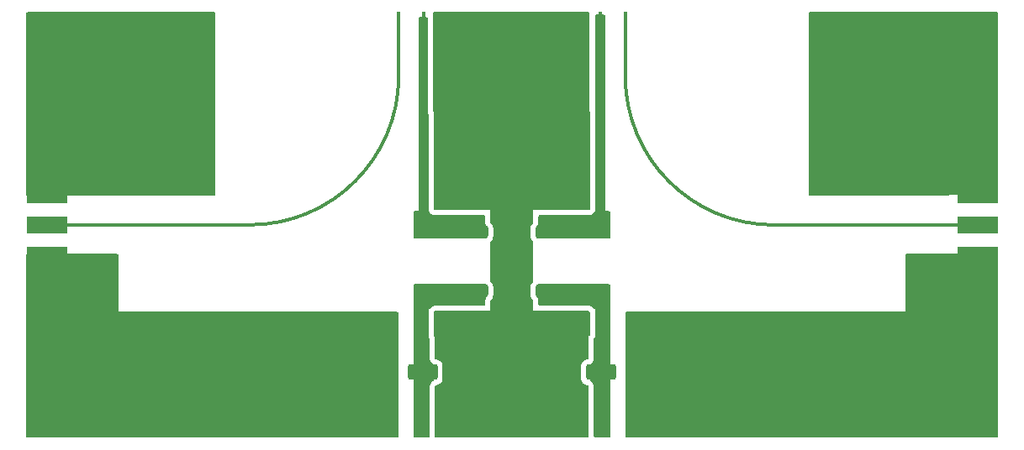
<source format=gtl>
%TF.GenerationSoftware,KiCad,Pcbnew,(7.0.0)*%
%TF.CreationDate,2023-07-10T13:28:02+01:00*%
%TF.ProjectId,lc-b3-mpa,6c632d62-332d-46d7-9061-2e6b69636164,rev?*%
%TF.SameCoordinates,PX5bf2160PY7a21618*%
%TF.FileFunction,Copper,L1,Top*%
%TF.FilePolarity,Positive*%
%FSLAX46Y46*%
G04 Gerber Fmt 4.6, Leading zero omitted, Abs format (unit mm)*
G04 Created by KiCad (PCBNEW (7.0.0)) date 2023-07-10 13:28:02*
%MOMM*%
%LPD*%
G01*
G04 APERTURE LIST*
G04 Aperture macros list*
%AMRoundRect*
0 Rectangle with rounded corners*
0 $1 Rounding radius*
0 $2 $3 $4 $5 $6 $7 $8 $9 X,Y pos of 4 corners*
0 Add a 4 corners polygon primitive as box body*
4,1,4,$2,$3,$4,$5,$6,$7,$8,$9,$2,$3,0*
0 Add four circle primitives for the rounded corners*
1,1,$1+$1,$2,$3*
1,1,$1+$1,$4,$5*
1,1,$1+$1,$6,$7*
1,1,$1+$1,$8,$9*
0 Add four rect primitives between the rounded corners*
20,1,$1+$1,$2,$3,$4,$5,0*
20,1,$1+$1,$4,$5,$6,$7,0*
20,1,$1+$1,$6,$7,$8,$9,0*
20,1,$1+$1,$8,$9,$2,$3,0*%
G04 Aperture macros list end*
%TA.AperFunction,SMDPad,CuDef*%
%ADD10RoundRect,0.250000X1.250000X0.550000X-1.250000X0.550000X-1.250000X-0.550000X1.250000X-0.550000X0*%
%TD*%
%TA.AperFunction,SMDPad,CuDef*%
%ADD11RoundRect,0.225000X-0.225000X-0.250000X0.225000X-0.250000X0.225000X0.250000X-0.225000X0.250000X0*%
%TD*%
%TA.AperFunction,SMDPad,CuDef*%
%ADD12RoundRect,0.250000X-1.250000X-0.550000X1.250000X-0.550000X1.250000X0.550000X-1.250000X0.550000X0*%
%TD*%
%TA.AperFunction,SMDPad,CuDef*%
%ADD13R,1.600000X1.600000*%
%TD*%
%TA.AperFunction,SMDPad,CuDef*%
%ADD14R,4.190000X1.780000*%
%TD*%
%TA.AperFunction,SMDPad,CuDef*%
%ADD15R,4.190000X2.660000*%
%TD*%
%TA.AperFunction,SMDPad,CuDef*%
%ADD16RoundRect,0.250000X-1.425000X0.362500X-1.425000X-0.362500X1.425000X-0.362500X1.425000X0.362500X0*%
%TD*%
%TA.AperFunction,SMDPad,CuDef*%
%ADD17RoundRect,0.250000X1.425000X-0.362500X1.425000X0.362500X-1.425000X0.362500X-1.425000X-0.362500X0*%
%TD*%
%TA.AperFunction,SMDPad,CuDef*%
%ADD18R,0.450000X6.500000*%
%TD*%
%TA.AperFunction,ViaPad*%
%ADD19C,0.800000*%
%TD*%
%TA.AperFunction,ViaPad*%
%ADD20C,5.800000*%
%TD*%
%TA.AperFunction,Conductor*%
%ADD21C,0.250000*%
%TD*%
%TA.AperFunction,Conductor*%
%ADD22C,0.353000*%
%TD*%
G04 APERTURE END LIST*
D10*
%TO.P,C1,1*%
%TO.N,+5V*%
X39981800Y6627200D03*
%TO.P,C1,2*%
%TO.N,GND*%
X35581800Y6627200D03*
%TD*%
D11*
%TO.P,C2,1*%
%TO.N,+5V*%
X40054800Y10945200D03*
%TO.P,C2,2*%
%TO.N,GND*%
X41604800Y10945200D03*
%TD*%
%TO.P,C3,1*%
%TO.N,Net-(U1-VS1)*%
X40054800Y27455200D03*
%TO.P,C3,2*%
%TO.N,GND*%
X41604800Y27455200D03*
%TD*%
%TO.P,C4,1*%
%TO.N,Net-(U1-VS1)*%
X40054800Y32281200D03*
%TO.P,C4,2*%
%TO.N,GND*%
X41604800Y32281200D03*
%TD*%
D12*
%TO.P,C5,1*%
%TO.N,+24V*%
X57933800Y6627200D03*
%TO.P,C5,2*%
%TO.N,GND*%
X62333800Y6627200D03*
%TD*%
D11*
%TO.P,C6,1*%
%TO.N,GND*%
X56310800Y10945200D03*
%TO.P,C6,2*%
%TO.N,+24V*%
X57860800Y10945200D03*
%TD*%
%TO.P,C7,1*%
%TO.N,GND*%
X56310800Y27455200D03*
%TO.P,C7,2*%
%TO.N,Net-(U1-VS2)*%
X57860800Y27455200D03*
%TD*%
%TO.P,C8,1*%
%TO.N,GND*%
X56310800Y32281200D03*
%TO.P,C8,2*%
%TO.N,Net-(U1-VS2)*%
X57860800Y32281200D03*
%TD*%
D13*
%TO.P,FB1,1*%
%TO.N,Net-(U1-VS1)*%
X40067799Y21613199D03*
%TO.P,FB1,2*%
%TO.N,+5V*%
X40067799Y13993199D03*
%TD*%
%TO.P,FB2,1*%
%TO.N,+24V*%
X57847799Y13993199D03*
%TO.P,FB2,2*%
%TO.N,Net-(U1-VS2)*%
X57847799Y21613199D03*
%TD*%
D14*
%TO.P,J1,1,In*%
%TO.N,Net-(J1-In)*%
X2132499Y21485620D03*
D15*
%TO.P,J1,2,Ext*%
%TO.N,GND*%
X2132499Y17995620D03*
X2132499Y24975620D03*
%TD*%
D14*
%TO.P,J2,1,In*%
%TO.N,Net-(J2-In)*%
X95899999Y21499999D03*
D15*
%TO.P,J2,2,Ext*%
%TO.N,GND*%
X95899999Y24989999D03*
X95899999Y18009999D03*
%TD*%
D16*
%TO.P,R1,1*%
%TO.N,Net-(U1-VS1)*%
X44893800Y20765700D03*
%TO.P,R1,2*%
%TO.N,+5V*%
X44893800Y14840700D03*
%TD*%
D17*
%TO.P,R2,1*%
%TO.N,+24V*%
X53021800Y14840700D03*
%TO.P,R2,2*%
%TO.N,Net-(U1-VS2)*%
X53021800Y20765700D03*
%TD*%
D18*
%TO.P,U1,1,RFin*%
%TO.N,Net-(J1-In)*%
X37569999Y39799999D03*
%TO.P,U1,2,VS1*%
%TO.N,Net-(U1-VS1)*%
X40109999Y39799999D03*
%TO.P,U1,3,VS2*%
%TO.N,Net-(U1-VS2)*%
X57889999Y39799999D03*
%TO.P,U1,4,RFout*%
%TO.N,Net-(J2-In)*%
X60429999Y39799999D03*
%TD*%
D19*
%TO.N,GND*%
X82268881Y40917200D03*
X82231800Y25931200D03*
X43877800Y41425200D03*
X54291800Y37615200D03*
X91395004Y10945200D03*
D20*
X48957800Y7643200D03*
D19*
X43877800Y37615200D03*
X43877800Y27455200D03*
X68535004Y4341200D03*
X74103800Y7770200D03*
X68535004Y10945200D03*
X6539800Y4341200D03*
D20*
X85553004Y7643200D03*
D19*
X48957800Y20597200D03*
X54291800Y27455200D03*
X54291800Y10945200D03*
X43877800Y32281200D03*
X46163800Y23899200D03*
X54291800Y1674200D03*
X51751800Y11961200D03*
X82268881Y34313200D03*
X54291800Y41425200D03*
D20*
X85570881Y37615200D03*
D19*
X91412881Y40917200D03*
D20*
X12381800Y37615200D03*
D19*
X15683800Y25931200D03*
X18223800Y4341200D03*
X23811800Y7770200D03*
X87565800Y25931200D03*
D20*
X48957800Y37615200D03*
D19*
X46163800Y11961200D03*
X10476800Y25931200D03*
X51751800Y23899200D03*
X6539800Y10945200D03*
X6539800Y34313200D03*
X54291800Y32281200D03*
X79711004Y10945200D03*
X48957800Y32281200D03*
X18223800Y10945200D03*
X6539800Y40917200D03*
X91395004Y4341200D03*
X43877800Y1674200D03*
X54291800Y23899200D03*
X6539800Y14755200D03*
X29399800Y10945200D03*
X48957800Y14755200D03*
X79711004Y4341200D03*
X29399800Y4341200D03*
X48957800Y27455200D03*
X48957800Y17803200D03*
D20*
X12381800Y7643200D03*
D19*
X15683800Y40917200D03*
X43877800Y10945200D03*
X43877800Y23899200D03*
X15683800Y34313200D03*
X91375800Y14755200D03*
X91412881Y34313200D03*
%TD*%
D21*
%TO.N,Net-(U1-VS2)*%
X57890000Y39800000D02*
X57847800Y39757800D01*
D22*
%TO.N,Net-(J1-In)*%
X22570000Y21500000D02*
X2146879Y21500000D01*
X2146879Y21500000D02*
X2132500Y21485621D01*
X37570000Y39800000D02*
X37570000Y36500000D01*
X22570000Y21500000D02*
G75*
G03*
X37570000Y36500000I0J15000000D01*
G01*
%TO.N,Net-(J2-In)*%
X75387800Y21486200D02*
X95886200Y21486200D01*
X95886200Y21486200D02*
X95900000Y21500000D01*
X60387800Y39757800D02*
X60387800Y36486200D01*
D21*
X60430000Y39800000D02*
X60387800Y39757800D01*
D22*
X60387800Y36486200D02*
G75*
G03*
X75387800Y21486200I15000000J0D01*
G01*
%TD*%
%TA.AperFunction,Conductor*%
%TO.N,+5V*%
G36*
X46367316Y15505103D02*
G01*
X46410842Y15471135D01*
X46472606Y15395878D01*
X46474791Y15393693D01*
X46474792Y15393692D01*
X46501871Y15366613D01*
X46520017Y15343664D01*
X46534624Y15319982D01*
X46546988Y15293467D01*
X46557221Y15262584D01*
X46562957Y15235825D01*
X46563140Y15234032D01*
X46563799Y15221171D01*
X46563799Y14460242D01*
X46563144Y14447415D01*
X46562960Y14445617D01*
X46557219Y14418811D01*
X46546986Y14387930D01*
X46534622Y14361416D01*
X46520022Y14337746D01*
X46501880Y14314801D01*
X46474800Y14287720D01*
X46474781Y14287700D01*
X46472607Y14285525D01*
X46470665Y14283160D01*
X46470648Y14283140D01*
X46410707Y14210100D01*
X46410698Y14210090D01*
X46408744Y14207707D01*
X46407027Y14205139D01*
X46407023Y14205132D01*
X46383151Y14169405D01*
X46383146Y14169397D01*
X46381431Y14166830D01*
X46379986Y14164128D01*
X46379973Y14164105D01*
X46336893Y14083507D01*
X46333978Y14078053D01*
X46332185Y14072143D01*
X46332182Y14072135D01*
X46305654Y13984683D01*
X46305649Y13984667D01*
X46304757Y13981723D01*
X46304153Y13978690D01*
X46304153Y13978687D01*
X46295770Y13936545D01*
X46295767Y13936532D01*
X46295166Y13933505D01*
X46294863Y13930438D01*
X46294861Y13930418D01*
X46285603Y13836411D01*
X46285602Y13836399D01*
X46285300Y13833328D01*
X46285300Y13830234D01*
X46285300Y13489700D01*
X46268419Y13426700D01*
X46222300Y13380581D01*
X46159300Y13363700D01*
X41300063Y13363700D01*
X41297549Y13363498D01*
X41297533Y13363497D01*
X41220441Y13357291D01*
X41220433Y13357291D01*
X41217923Y13357088D01*
X41215450Y13356688D01*
X41215431Y13356685D01*
X41180621Y13351044D01*
X41180604Y13351041D01*
X41178132Y13350640D01*
X41175698Y13350043D01*
X41175674Y13350037D01*
X41103031Y13332185D01*
X41103020Y13332182D01*
X41098107Y13330974D01*
X41093448Y13328996D01*
X41093438Y13328992D01*
X41024605Y13299757D01*
X41024592Y13299752D01*
X41022259Y13298760D01*
X41020014Y13297586D01*
X41020002Y13297580D01*
X40988793Y13281255D01*
X40988774Y13281245D01*
X40986541Y13280076D01*
X40984397Y13278726D01*
X40984390Y13278721D01*
X40918978Y13237504D01*
X40918954Y13237489D01*
X40916825Y13236146D01*
X40914803Y13234633D01*
X40914785Y13234620D01*
X40829483Y13170764D01*
X40829468Y13170752D01*
X40826562Y13168576D01*
X40823922Y13166075D01*
X40823914Y13166067D01*
X40742925Y13089303D01*
X40742913Y13089291D01*
X40740273Y13086788D01*
X40737941Y13083999D01*
X40737930Y13083986D01*
X40705450Y13045121D01*
X40705443Y13045112D01*
X40703110Y13042320D01*
X40701120Y13039284D01*
X40701110Y13039270D01*
X40697749Y13034139D01*
X40652254Y12992345D01*
X40592884Y12977333D01*
X40592388Y12977200D01*
X40575800Y12977200D01*
X40575800Y12960610D01*
X40575800Y12711140D01*
X40574953Y12696554D01*
X40570722Y12660259D01*
X40570721Y12660243D01*
X40570300Y12656630D01*
X40570300Y10309200D01*
X40570837Y10305114D01*
X40570838Y10305113D01*
X40574722Y10275611D01*
X40575800Y10259165D01*
X40575800Y10183200D01*
X40580245Y10183200D01*
X40585538Y10163447D01*
X40596175Y10145024D01*
X40603607Y10117288D01*
X40603612Y10117274D01*
X40604678Y10113295D01*
X40655977Y9989449D01*
X40661002Y9982900D01*
X40661003Y9982899D01*
X40671261Y9969531D01*
X40690613Y9933328D01*
X40697300Y9892825D01*
X40697300Y8056793D01*
X40712614Y7932324D01*
X40713546Y7928594D01*
X40713548Y7928583D01*
X40726486Y7876801D01*
X40727420Y7873063D01*
X40772446Y7756020D01*
X40844499Y7653381D01*
X40847077Y7650526D01*
X40847082Y7650520D01*
X40882853Y7610908D01*
X40885437Y7608047D01*
X40980222Y7525933D01*
X41014759Y7508430D01*
X41065161Y7461992D01*
X41083800Y7396040D01*
X41083800Y5858363D01*
X41065161Y5792411D01*
X41014757Y5745971D01*
X40987120Y5731966D01*
X40987114Y5731963D01*
X40980229Y5728473D01*
X40974391Y5723417D01*
X40974387Y5723413D01*
X40888357Y5648886D01*
X40888342Y5648873D01*
X40885443Y5646360D01*
X40882869Y5643511D01*
X40882859Y5643500D01*
X40847089Y5603889D01*
X40844504Y5601026D01*
X40842292Y5597877D01*
X40842287Y5597869D01*
X40776886Y5504708D01*
X40776884Y5504705D01*
X40772447Y5498384D01*
X40769675Y5491180D01*
X40769672Y5491173D01*
X40728804Y5384938D01*
X40727419Y5381337D01*
X40726485Y5377601D01*
X40726485Y5377599D01*
X40713548Y5325821D01*
X40713545Y5325807D01*
X40712613Y5322075D01*
X40697300Y5197608D01*
X40697300Y5193751D01*
X40697300Y176500D01*
X40680419Y113500D01*
X40634300Y67381D01*
X40571300Y50500D01*
X39177800Y50500D01*
X39114800Y67381D01*
X39068681Y113500D01*
X39051800Y176500D01*
X39051800Y15391200D01*
X39068681Y15454200D01*
X39114800Y15500319D01*
X39177800Y15517200D01*
X46313445Y15517200D01*
X46367316Y15505103D01*
G37*
%TD.AperFunction*%
%TD*%
%TA.AperFunction,Conductor*%
%TO.N,GND*%
G36*
X19049800Y42932319D02*
G01*
X19095919Y42886200D01*
X19112800Y42823200D01*
X19112800Y24533200D01*
X19095919Y24470200D01*
X19049800Y24424081D01*
X18986800Y24407200D01*
X176500Y24407200D01*
X113500Y24424081D01*
X67381Y24470200D01*
X50500Y24533200D01*
X50500Y42823200D01*
X67381Y42886200D01*
X113500Y42932319D01*
X176500Y42949200D01*
X18986800Y42949200D01*
X19049800Y42932319D01*
G37*
%TD.AperFunction*%
%TD*%
%TA.AperFunction,Conductor*%
%TO.N,+24V*%
G36*
X58800800Y15500319D02*
G01*
X58846919Y15454200D01*
X58863800Y15391200D01*
X58863800Y176500D01*
X58846919Y113500D01*
X58800800Y67381D01*
X58737800Y50500D01*
X57344300Y50500D01*
X57281300Y67381D01*
X57235181Y113500D01*
X57218300Y176500D01*
X57218300Y5193750D01*
X57218300Y5197607D01*
X57202986Y5322076D01*
X57188180Y5381337D01*
X57143154Y5498380D01*
X57071101Y5601019D01*
X57030163Y5646353D01*
X56935378Y5728467D01*
X56900840Y5745971D01*
X56850439Y5792408D01*
X56831800Y5858360D01*
X56831800Y7396037D01*
X56850440Y7461990D01*
X56900845Y7508430D01*
X56935367Y7525924D01*
X57030157Y7608040D01*
X57071096Y7653374D01*
X57143153Y7756016D01*
X57188181Y7873063D01*
X57202987Y7932325D01*
X57218300Y8056792D01*
X57218300Y10019825D01*
X57224987Y10060328D01*
X57244339Y10096531D01*
X57259623Y10116449D01*
X57262785Y10124085D01*
X57266007Y10129664D01*
X57298424Y10166629D01*
X57332026Y10183200D01*
X57339800Y10183200D01*
X57339800Y10386165D01*
X57340878Y10402611D01*
X57340903Y10402804D01*
X57345300Y10436200D01*
X57345300Y12656630D01*
X57340647Y12696554D01*
X57339800Y12711140D01*
X57339800Y12960610D01*
X57339800Y12977200D01*
X57323211Y12977200D01*
X57322715Y12977333D01*
X57263346Y12992345D01*
X57217851Y13034139D01*
X57214489Y13039270D01*
X57214487Y13039273D01*
X57212490Y13042320D01*
X57175327Y13086788D01*
X57089038Y13168576D01*
X57086122Y13170759D01*
X57086116Y13170764D01*
X57000814Y13234620D01*
X57000807Y13234625D01*
X56998775Y13236146D01*
X56996633Y13237496D01*
X56996621Y13237504D01*
X56931209Y13278721D01*
X56929059Y13280076D01*
X56926814Y13281250D01*
X56926806Y13281255D01*
X56895597Y13297580D01*
X56895594Y13297582D01*
X56893341Y13298760D01*
X56890994Y13299757D01*
X56822161Y13328992D01*
X56822154Y13328995D01*
X56817493Y13330974D01*
X56812575Y13332183D01*
X56812568Y13332185D01*
X56739925Y13350037D01*
X56739905Y13350041D01*
X56737468Y13350640D01*
X56734990Y13351042D01*
X56734978Y13351044D01*
X56700168Y13356685D01*
X56700151Y13356687D01*
X56697677Y13357088D01*
X56695163Y13357291D01*
X56695158Y13357291D01*
X56618066Y13363497D01*
X56618051Y13363498D01*
X56615537Y13363700D01*
X56612996Y13363700D01*
X51756300Y13363700D01*
X51693300Y13380581D01*
X51647181Y13426700D01*
X51630300Y13489700D01*
X51630300Y13830234D01*
X51630300Y13833328D01*
X51620434Y13933505D01*
X51610843Y13981723D01*
X51581620Y14078057D01*
X51534164Y14166838D01*
X51506850Y14207715D01*
X51501042Y14214792D01*
X51444952Y14283137D01*
X51444945Y14283145D01*
X51442994Y14285522D01*
X51413726Y14314790D01*
X51395581Y14337738D01*
X51380974Y14361420D01*
X51368610Y14387935D01*
X51358377Y14418818D01*
X51352635Y14445640D01*
X51352453Y14447421D01*
X51351800Y14460230D01*
X51351800Y15221159D01*
X51352447Y15233910D01*
X51352630Y15235709D01*
X51358379Y15262591D01*
X51368611Y15293469D01*
X51380969Y15319976D01*
X51395584Y15343669D01*
X51413728Y15366613D01*
X51442994Y15395878D01*
X51504757Y15471135D01*
X51548284Y15505103D01*
X51602155Y15517200D01*
X58737800Y15517200D01*
X58800800Y15500319D01*
G37*
%TD.AperFunction*%
%TD*%
%TA.AperFunction,Conductor*%
%TO.N,GND*%
G36*
X97886500Y42932619D02*
G01*
X97932619Y42886500D01*
X97949500Y42823500D01*
X97949500Y24632008D01*
X97932728Y24569197D01*
X97886878Y24523108D01*
X97824156Y24506010D01*
X88091789Y24455355D01*
X78966536Y24407860D01*
X78903260Y24424520D01*
X78856871Y24470668D01*
X78839881Y24533857D01*
X78839881Y42823500D01*
X78856762Y42886500D01*
X78902881Y42932619D01*
X78965881Y42949500D01*
X97823500Y42949500D01*
X97886500Y42932619D01*
G37*
%TD.AperFunction*%
%TD*%
%TA.AperFunction,Conductor*%
%TO.N,Net-(U1-VS1)*%
G36*
X40446090Y42424386D02*
G01*
X40492191Y42378430D01*
X40509204Y42315599D01*
X40569892Y23138298D01*
X40569893Y23138284D01*
X40569906Y23134176D01*
X40570454Y23130099D01*
X40570455Y23130096D01*
X40574674Y23098753D01*
X40575800Y23081945D01*
X40575800Y22883200D01*
X40582430Y22883200D01*
X40623606Y22861030D01*
X40646427Y22828560D01*
X40648945Y22830020D01*
X40653083Y22822887D01*
X40656253Y22815285D01*
X40661276Y22808763D01*
X40661279Y22808759D01*
X40700993Y22757200D01*
X40737889Y22709299D01*
X40783990Y22663343D01*
X40890236Y22582039D01*
X40897848Y22578893D01*
X40897850Y22578892D01*
X40934094Y22563914D01*
X41013878Y22530940D01*
X41076763Y22514126D01*
X41209402Y22496700D01*
X46159300Y22496700D01*
X46222300Y22479819D01*
X46268419Y22433700D01*
X46285300Y22370700D01*
X46285300Y21773072D01*
X46285602Y21770001D01*
X46285603Y21769990D01*
X46294861Y21675983D01*
X46294863Y21675966D01*
X46295166Y21672895D01*
X46304757Y21624677D01*
X46305653Y21621721D01*
X46305656Y21621712D01*
X46332182Y21534268D01*
X46332184Y21534263D01*
X46333980Y21528343D01*
X46381436Y21439562D01*
X46408750Y21398685D01*
X46410720Y21396284D01*
X46410722Y21396282D01*
X46470647Y21323264D01*
X46470655Y21323255D01*
X46472606Y21320878D01*
X46474791Y21318693D01*
X46474792Y21318692D01*
X46501871Y21291613D01*
X46520017Y21268664D01*
X46534624Y21244982D01*
X46546988Y21218467D01*
X46557221Y21187584D01*
X46562957Y21160825D01*
X46563140Y21159032D01*
X46563799Y21146171D01*
X46563799Y20385242D01*
X46563144Y20372415D01*
X46562960Y20370617D01*
X46557219Y20343811D01*
X46546986Y20312930D01*
X46534622Y20286416D01*
X46520022Y20262746D01*
X46501880Y20239801D01*
X46474800Y20212720D01*
X46474781Y20212700D01*
X46472607Y20210525D01*
X46470656Y20208149D01*
X46470649Y20208140D01*
X46410845Y20135267D01*
X46367317Y20101297D01*
X46313445Y20089200D01*
X39177800Y20089200D01*
X39114800Y20106081D01*
X39068681Y20152200D01*
X39051800Y20215200D01*
X39051800Y22757200D01*
X39068681Y22820200D01*
X39114800Y22866319D01*
X39177800Y22883200D01*
X39543210Y22883200D01*
X39559800Y22883200D01*
X39559800Y42315200D01*
X39576681Y42378200D01*
X39622800Y42424319D01*
X39685800Y42441200D01*
X40383205Y42441200D01*
X40446090Y42424386D01*
G37*
%TD.AperFunction*%
%TD*%
%TA.AperFunction,Conductor*%
%TO.N,GND*%
G36*
X97886500Y18548319D02*
G01*
X97932619Y18502200D01*
X97949500Y18439200D01*
X97949500Y176500D01*
X97932619Y113500D01*
X97886500Y67381D01*
X97823500Y50500D01*
X60533004Y50500D01*
X60470004Y67381D01*
X60423885Y113500D01*
X60407004Y176500D01*
X60407004Y12597200D01*
X60423885Y12660200D01*
X60470004Y12706319D01*
X60533004Y12723200D01*
X88584414Y12723200D01*
X88601004Y12723200D01*
X88601004Y18439200D01*
X88617885Y18502200D01*
X88664004Y18548319D01*
X88727004Y18565200D01*
X97823500Y18565200D01*
X97886500Y18548319D01*
G37*
%TD.AperFunction*%
%TD*%
%TA.AperFunction,Conductor*%
%TO.N,Net-(U1-VS2)*%
G36*
X58292800Y42678319D02*
G01*
X58338919Y42632200D01*
X58355800Y42569200D01*
X58355800Y22883200D01*
X58737800Y22883200D01*
X58800800Y22866319D01*
X58846919Y22820200D01*
X58863800Y22757200D01*
X58863800Y20215200D01*
X58846919Y20152200D01*
X58800800Y20106081D01*
X58737800Y20089200D01*
X51602155Y20089200D01*
X51548284Y20101297D01*
X51504756Y20135266D01*
X51490858Y20152200D01*
X51442994Y20210522D01*
X51413727Y20239789D01*
X51395581Y20262738D01*
X51380974Y20286420D01*
X51368610Y20312935D01*
X51358377Y20343818D01*
X51352635Y20370640D01*
X51352453Y20372421D01*
X51351800Y20385230D01*
X51351800Y21146159D01*
X51352447Y21158910D01*
X51352630Y21160709D01*
X51358379Y21187591D01*
X51368611Y21218469D01*
X51380969Y21244976D01*
X51395584Y21268669D01*
X51413728Y21291613D01*
X51442994Y21320878D01*
X51506850Y21398685D01*
X51534164Y21439562D01*
X51581620Y21528343D01*
X51610843Y21624677D01*
X51620434Y21672895D01*
X51630300Y21773072D01*
X51630300Y22370700D01*
X51647181Y22433700D01*
X51693300Y22479819D01*
X51756300Y22496700D01*
X56701273Y22496700D01*
X56705401Y22496700D01*
X56838564Y22514267D01*
X56901679Y22531214D01*
X57025733Y22582713D01*
X57132188Y22664622D01*
X57178325Y22710905D01*
X57259899Y22817620D01*
X57263050Y22825280D01*
X57265358Y22829296D01*
X57297801Y22866409D01*
X57331803Y22883200D01*
X57339800Y22883200D01*
X57339800Y23090546D01*
X57340831Y23106628D01*
X57341508Y23111897D01*
X57344897Y23138224D01*
X57339800Y24748865D01*
X57339800Y42569200D01*
X57356681Y42632200D01*
X57402800Y42678319D01*
X57465800Y42695200D01*
X58229800Y42695200D01*
X58292800Y42678319D01*
G37*
%TD.AperFunction*%
%TD*%
%TA.AperFunction,Conductor*%
%TO.N,GND*%
G36*
X9270800Y18548319D02*
G01*
X9316919Y18502200D01*
X9333800Y18439200D01*
X9333800Y12723200D01*
X37401800Y12723200D01*
X37464800Y12706319D01*
X37510919Y12660200D01*
X37527800Y12597200D01*
X37527800Y176500D01*
X37510919Y113500D01*
X37464800Y67381D01*
X37401800Y50500D01*
X176500Y50500D01*
X113500Y67381D01*
X67381Y113500D01*
X50500Y176500D01*
X50500Y18439200D01*
X67381Y18502200D01*
X113500Y18548319D01*
X176500Y18565200D01*
X9207800Y18565200D01*
X9270800Y18548319D01*
G37*
%TD.AperFunction*%
%TD*%
%TA.AperFunction,Conductor*%
%TO.N,GND*%
G36*
X56705984Y42932686D02*
G01*
X56752085Y42886730D01*
X56769098Y42823899D01*
X56831400Y23136599D01*
X56814653Y23073430D01*
X56768516Y23027147D01*
X56705401Y23010200D01*
X51116800Y23010200D01*
X51116800Y22993610D01*
X51116800Y21773072D01*
X51107209Y21724854D01*
X51079895Y21683977D01*
X51002963Y21607046D01*
X51002959Y21607042D01*
X50997770Y21601852D01*
X50993919Y21595610D01*
X50993916Y21595605D01*
X50908535Y21457182D01*
X50908530Y21457174D01*
X50904685Y21450938D01*
X50902379Y21443981D01*
X50902377Y21443975D01*
X50851075Y21289152D01*
X50848913Y21282626D01*
X50838300Y21178745D01*
X50838300Y21175541D01*
X50838300Y21175540D01*
X50838300Y20355862D01*
X50838300Y20355843D01*
X50838301Y20352656D01*
X50838625Y20349479D01*
X50838626Y20349471D01*
X50842534Y20311211D01*
X50848913Y20248774D01*
X50851072Y20242257D01*
X50851074Y20242250D01*
X50902377Y20087426D01*
X50904685Y20080462D01*
X50908532Y20074224D01*
X50908535Y20074219D01*
X50993916Y19935796D01*
X50997770Y19929548D01*
X51002963Y19924355D01*
X51079895Y19847423D01*
X51107209Y19806546D01*
X51116800Y19758328D01*
X51116800Y15848072D01*
X51107209Y15799854D01*
X51079895Y15758977D01*
X51002963Y15682046D01*
X51002959Y15682042D01*
X50997770Y15676852D01*
X50993919Y15670610D01*
X50993916Y15670605D01*
X50908535Y15532182D01*
X50908530Y15532174D01*
X50904685Y15525938D01*
X50902379Y15518981D01*
X50902377Y15518975D01*
X50851075Y15364152D01*
X50848913Y15357626D01*
X50838300Y15253745D01*
X50838300Y15250541D01*
X50838300Y15250540D01*
X50838300Y14430862D01*
X50838300Y14430843D01*
X50838301Y14427656D01*
X50848913Y14323774D01*
X50851072Y14317257D01*
X50851074Y14317250D01*
X50902377Y14162426D01*
X50904685Y14155462D01*
X50908532Y14149224D01*
X50908535Y14149219D01*
X50993916Y14010796D01*
X50997770Y14004548D01*
X51002963Y13999355D01*
X51079895Y13922423D01*
X51107209Y13881546D01*
X51116800Y13833328D01*
X51116800Y12850200D01*
X56615537Y12850200D01*
X56655328Y12843752D01*
X56691046Y12825068D01*
X56781309Y12757498D01*
X56818472Y12713030D01*
X56831800Y12656630D01*
X56831800Y10436200D01*
X56814919Y10373200D01*
X56768800Y10327081D01*
X56736367Y10318391D01*
X56737412Y10314493D01*
X56721390Y10310200D01*
X56704800Y10310200D01*
X56704800Y10293610D01*
X56704800Y8056792D01*
X56689994Y7997530D01*
X56649055Y7952196D01*
X56591604Y7931445D01*
X56585838Y7930856D01*
X56536211Y7925786D01*
X56536205Y7925785D01*
X56529374Y7925087D01*
X56522858Y7922929D01*
X56522849Y7922926D01*
X56368025Y7871623D01*
X56368019Y7871621D01*
X56361062Y7869315D01*
X56354826Y7865470D01*
X56354818Y7865465D01*
X56216395Y7780084D01*
X56216390Y7780081D01*
X56210148Y7776230D01*
X56204958Y7771041D01*
X56204954Y7771037D01*
X56089963Y7656046D01*
X56089959Y7656042D01*
X56084770Y7650852D01*
X56080919Y7644610D01*
X56080916Y7644605D01*
X55995535Y7506182D01*
X55995530Y7506174D01*
X55991685Y7499938D01*
X55989379Y7492981D01*
X55989377Y7492975D01*
X55938075Y7338152D01*
X55935913Y7331626D01*
X55925300Y7227745D01*
X55925300Y7224541D01*
X55925300Y7224540D01*
X55925300Y6029862D01*
X55925300Y6029843D01*
X55925301Y6026656D01*
X55935913Y5922774D01*
X55938072Y5916257D01*
X55938074Y5916250D01*
X55989377Y5761426D01*
X55991685Y5754462D01*
X55995532Y5748224D01*
X55995535Y5748219D01*
X56080916Y5609796D01*
X56084770Y5603548D01*
X56210148Y5478170D01*
X56216396Y5474317D01*
X56216395Y5474317D01*
X56354818Y5388936D01*
X56354820Y5388935D01*
X56361062Y5385085D01*
X56529374Y5329313D01*
X56585917Y5323537D01*
X56591606Y5322955D01*
X56649056Y5302202D01*
X56689994Y5256868D01*
X56704800Y5197607D01*
X56704800Y176500D01*
X56687919Y113500D01*
X56641800Y67381D01*
X56578800Y50500D01*
X41336800Y50500D01*
X41273800Y67381D01*
X41227681Y113500D01*
X41210800Y176500D01*
X41210800Y5197608D01*
X41225606Y5256870D01*
X41266545Y5302204D01*
X41323995Y5322956D01*
X41386226Y5329313D01*
X41554538Y5385085D01*
X41705452Y5478170D01*
X41830830Y5603548D01*
X41923915Y5754462D01*
X41979687Y5922774D01*
X41990300Y6026655D01*
X41990299Y7227744D01*
X41979687Y7331626D01*
X41923915Y7499938D01*
X41830830Y7650852D01*
X41705452Y7776230D01*
X41699204Y7780084D01*
X41560781Y7865465D01*
X41560776Y7865468D01*
X41554538Y7869315D01*
X41547576Y7871622D01*
X41547574Y7871623D01*
X41392751Y7922925D01*
X41392749Y7922926D01*
X41386226Y7925087D01*
X41379389Y7925786D01*
X41379387Y7925786D01*
X41323994Y7931445D01*
X41266544Y7952198D01*
X41225606Y7997532D01*
X41210800Y8056793D01*
X41210800Y10166610D01*
X41210800Y10183200D01*
X41194209Y10183200D01*
X41178188Y10187493D01*
X41179232Y10191391D01*
X41146800Y10200081D01*
X41100681Y10246200D01*
X41083800Y10309200D01*
X41083800Y12656630D01*
X41097128Y12713030D01*
X41134291Y12757498D01*
X41224554Y12825068D01*
X41260272Y12843752D01*
X41300063Y12850200D01*
X46782210Y12850200D01*
X46798800Y12850200D01*
X46798800Y13833328D01*
X46808391Y13881546D01*
X46835705Y13922423D01*
X46835704Y13922423D01*
X46917830Y14004548D01*
X47010915Y14155462D01*
X47066687Y14323774D01*
X47077300Y14427655D01*
X47077299Y15253744D01*
X47066687Y15357626D01*
X47010915Y15525938D01*
X46917830Y15676852D01*
X46835705Y15758977D01*
X46808391Y15799854D01*
X46798800Y15848072D01*
X46798800Y19758328D01*
X46808391Y19806546D01*
X46835705Y19847423D01*
X46835704Y19847423D01*
X46917830Y19929548D01*
X47010915Y20080462D01*
X47066687Y20248774D01*
X47077300Y20352655D01*
X47077299Y21178744D01*
X47066687Y21282626D01*
X47010915Y21450938D01*
X46917830Y21601852D01*
X46835705Y21683977D01*
X46808391Y21724854D01*
X46798800Y21773072D01*
X46798800Y22993610D01*
X46798800Y23010200D01*
X46782210Y23010200D01*
X41209402Y23010200D01*
X41146517Y23027014D01*
X41100416Y23072970D01*
X41083403Y23135801D01*
X41021101Y42823101D01*
X41037848Y42886270D01*
X41083985Y42932553D01*
X41147100Y42949500D01*
X56643099Y42949500D01*
X56705984Y42932686D01*
G37*
%TD.AperFunction*%
%TD*%
M02*

</source>
